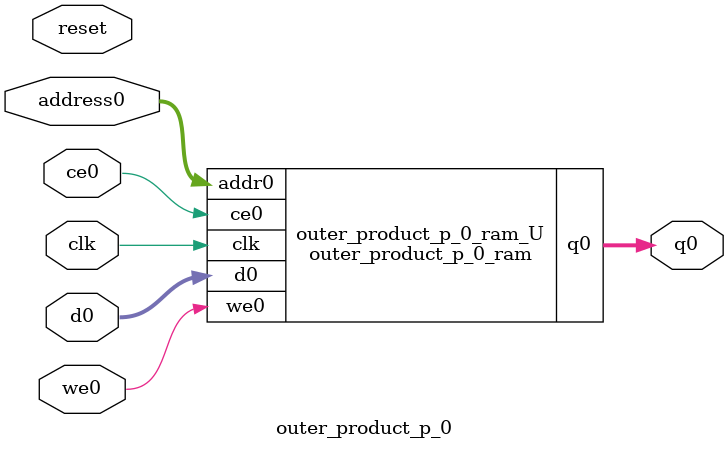
<source format=v>
`timescale 1 ns / 1 ps
module outer_product_p_0_ram (addr0, ce0, d0, we0, q0,  clk);

parameter DWIDTH = 32;
parameter AWIDTH = 9;
parameter MEM_SIZE = 495;

input[AWIDTH-1:0] addr0;
input ce0;
input[DWIDTH-1:0] d0;
input we0;
output reg[DWIDTH-1:0] q0;
input clk;

(* ram_style = "block" *)reg [DWIDTH-1:0] ram[0:MEM_SIZE-1];




always @(posedge clk)  
begin 
    if (ce0) 
    begin
        if (we0) 
        begin 
            ram[addr0] <= d0; 
        end 
        q0 <= ram[addr0];
    end
end


endmodule

`timescale 1 ns / 1 ps
module outer_product_p_0(
    reset,
    clk,
    address0,
    ce0,
    we0,
    d0,
    q0);

parameter DataWidth = 32'd32;
parameter AddressRange = 32'd495;
parameter AddressWidth = 32'd9;
input reset;
input clk;
input[AddressWidth - 1:0] address0;
input ce0;
input we0;
input[DataWidth - 1:0] d0;
output[DataWidth - 1:0] q0;



outer_product_p_0_ram outer_product_p_0_ram_U(
    .clk( clk ),
    .addr0( address0 ),
    .ce0( ce0 ),
    .we0( we0 ),
    .d0( d0 ),
    .q0( q0 ));

endmodule


</source>
